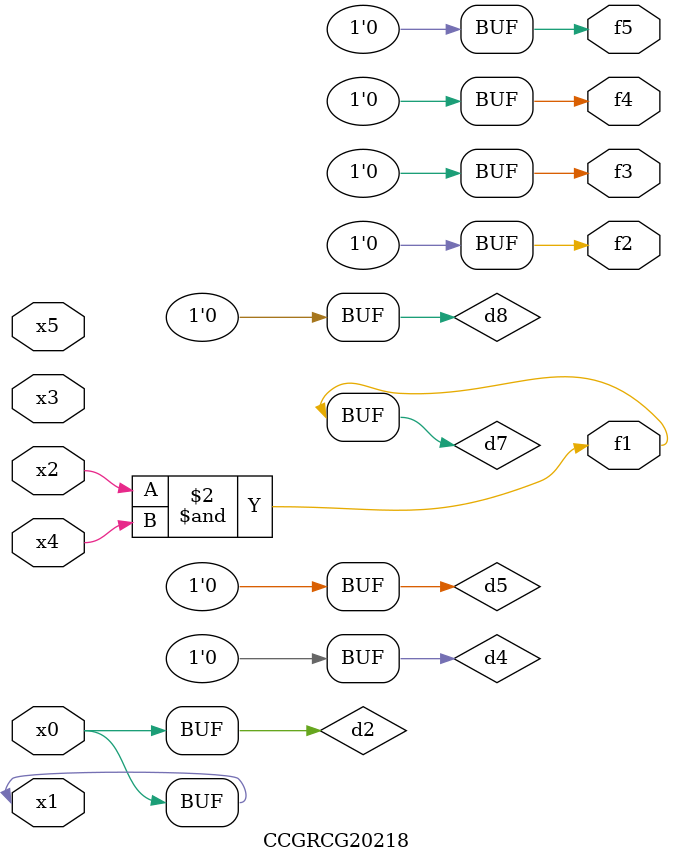
<source format=v>
module CCGRCG20218(
	input x0, x1, x2, x3, x4, x5,
	output f1, f2, f3, f4, f5
);

	wire d1, d2, d3, d4, d5, d6, d7, d8, d9;

	nand (d1, x1);
	buf (d2, x0, x1);
	nand (d3, x2, x4);
	and (d4, d1, d2);
	and (d5, d1, d2);
	nand (d6, d1, d3);
	not (d7, d3);
	xor (d8, d5);
	nor (d9, d5, d6);
	assign f1 = d7;
	assign f2 = d8;
	assign f3 = d8;
	assign f4 = d8;
	assign f5 = d8;
endmodule

</source>
